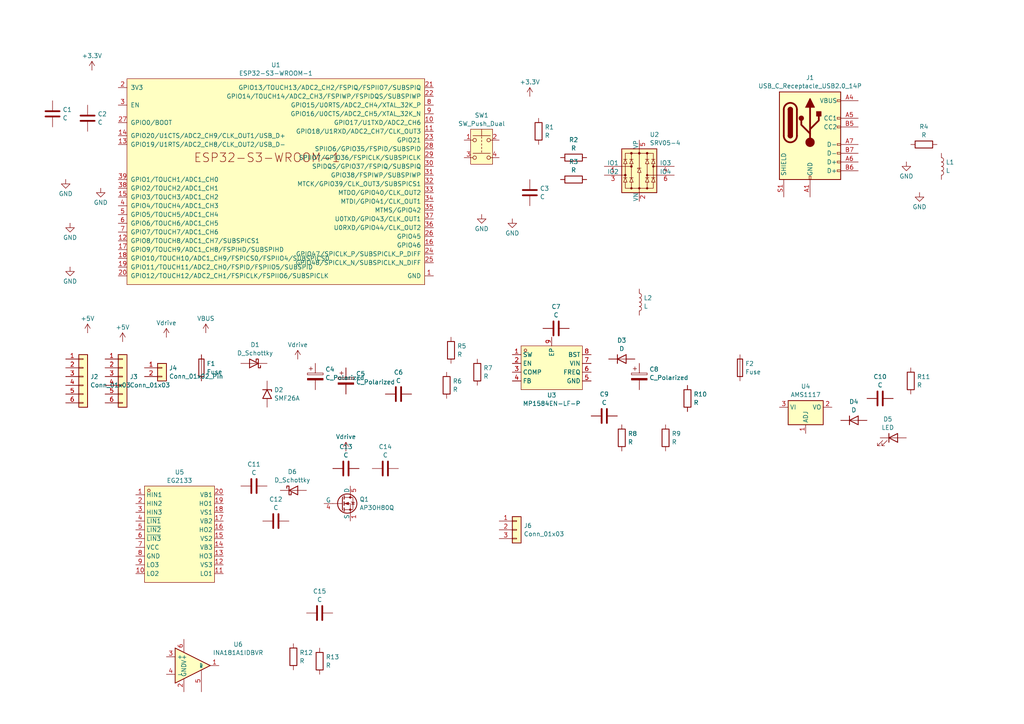
<source format=kicad_sch>
(kicad_sch (version 20231120) (generator "eeschema") (generator_version "8.0")
  (paper "A4")
  (lib_symbols
    (symbol "Connector_Generic:Conn_01x02" (pin_names (offset 1.016) hide)
      (property "Reference" "J" (at 0 2.54 0))
      (property "Value" "Conn_01x02" (at 0 -5.08 0))
      (symbol "Conn_01x02_1_1"
        (rectangle (start -1.27 -2.413) (end 0 -2.667) (stroke (width 0.1524)))
        (rectangle (start -1.27 0.127) (end 0 -0.127) (stroke (width 0.1524)))
        (rectangle (start -1.27 1.27) (end 1.27 -3.81) (stroke (width 0.254)) (fill (type background)))
        (pin passive line (at -5.08 0 0) (length 3.81) (name "Pin_1") (number "1"))
        (pin passive line (at -5.08 -2.54 0) (length 3.81) (name "Pin_2") (number "2"))
      )
    )
    (symbol "Connector_Generic:Conn_01x03" (pin_names (offset 1.016) hide)
      (property "Reference" "J" (at 0 5.08 0))
      (property "Value" "Conn_01x03" (at 0 -5.08 0))
      (symbol "Conn_01x03_1_1"
        (rectangle (start -1.27 -2.413) (end 0 -2.667) (stroke (width 0.1524)))
        (rectangle (start -1.27 0.127) (end 0 -0.127) (stroke (width 0.1524)))
        (rectangle (start -1.27 2.667) (end 0 2.413) (stroke (width 0.1524)))
        (rectangle (start -1.27 3.81) (end 1.27 -3.81) (stroke (width 0.254)) (fill (type background)))
        (pin passive line (at -5.08 2.54 0) (length 3.81) (name "Pin_1") (number "1"))
        (pin passive line (at -5.08 0 0) (length 3.81) (name "Pin_2") (number "2"))
        (pin passive line (at -5.08 -2.54 0) (length 3.81) (name "Pin_3") (number "3"))
      )
    )
    (symbol "Connector_Generic:Conn_01x06" (pin_names (offset 1.016) hide)
      (property "Reference" "J" (at 0 7.62 0))
      (property "Value" "Conn_01x06" (at 0 -10.16 0))
      (symbol "Conn_01x06_1_1"
        (rectangle (start -1.27 -7.493) (end 0 -7.747) (stroke (width 0.1524)))
        (rectangle (start -1.27 -4.953) (end 0 -5.207) (stroke (width 0.1524)))
        (rectangle (start -1.27 -2.413) (end 0 -2.667) (stroke (width 0.1524)))
        (rectangle (start -1.27 0.127) (end 0 -0.127) (stroke (width 0.1524)))
        (rectangle (start -1.27 2.667) (end 0 2.413) (stroke (width 0.1524)))
        (rectangle (start -1.27 5.207) (end 0 4.953) (stroke (width 0.1524)))
        (rectangle (start -1.27 6.35) (end 1.27 -8.89) (stroke (width 0.254)) (fill (type background)))
        (pin passive line (at -5.08 5.08 0) (length 3.81) (name "Pin_1") (number "1"))
        (pin passive line (at -5.08 2.54 0) (length 3.81) (name "Pin_2") (number "2"))
        (pin passive line (at -5.08 0 0) (length 3.81) (name "Pin_3") (number "3"))
        (pin passive line (at -5.08 -2.54 0) (length 3.81) (name "Pin_4") (number "4"))
        (pin passive line (at -5.08 -5.08 0) (length 3.81) (name "Pin_5") (number "5"))
        (pin passive line (at -5.08 -7.62 0) (length 3.81) (name "Pin_6") (number "6"))
      )
    )
    (symbol "Device:C" (pin_numbers hide) (pin_names (offset 0.254))
      (property "Reference" "C" (at 0.635 2.54 0))
      (property "Value" "C" (at 0.635 -2.54 0))
      (symbol "C_0_1"
        (polyline (pts (xy -2.032 -0.762) (xy 2.032 -0.762)) (stroke (width 0.508)))
        (polyline (pts (xy -2.032 0.762) (xy 2.032 0.762)) (stroke (width 0.508)))
      )
      (symbol "C_1_1"
        (pin passive line (at 0 3.81 270) (length 2.794) (name "~") (number "1"))
        (pin passive line (at 0 -3.81 90) (length 2.794) (name "~") (number "2"))
      )
    )
    (symbol "Device:C_Polarized" (pin_numbers hide) (pin_names (offset 0.254))
      (property "Reference" "C" (at 0.635 2.54 0))
      (property "Value" "C_Polarized" (at 0.635 -2.54 0))
      (symbol "C_Polarized_0_1"
        (rectangle (start -2.286 0.508) (end 2.286 1.016))
        (polyline (pts (xy -1.778 2.286) (xy -0.762 2.286)))
        (polyline (pts (xy -1.27 2.794) (xy -1.27 1.778)))
        (rectangle (start 2.286 -0.508) (end -2.286 -1.016) (fill (type outline)))
      )
      (symbol "C_Polarized_1_1"
        (pin passive line (at 0 3.81 270) (length 2.794) (name "~") (number "1"))
        (pin passive line (at 0 -3.81 90) (length 2.794) (name "~") (number "2"))
      )
    )
    (symbol "Device:D" (pin_numbers hide) (pin_names (offset 1.016) hide)
      (property "Reference" "D" (at 0 2.54 0))
      (property "Value" "D" (at 0 -2.54 0))
      (symbol "D_0_1"
        (polyline (pts (xy -1.27 1.27) (xy -1.27 -1.27)) (stroke (width 0.254)))
        (polyline (pts (xy 1.27 0) (xy -1.27 0)))
        (polyline (pts (xy 1.27 1.27) (xy 1.27 -1.27) (xy -1.27 0) (xy 1.27 1.27)) (stroke (width 0.254)))
      )
      (symbol "D_1_1"
        (pin passive line (at -3.81 0 0) (length 2.54) (name "K") (number "1"))
        (pin passive line (at 3.81 0 180) (length 2.54) (name "A") (number "2"))
      )
    )
    (symbol "Device:D_Schottky" (pin_numbers hide) (pin_names (offset 1.016) hide)
      (property "Reference" "D" (at 0 2.54 0))
      (property "Value" "D_Schottky" (at 0 -2.54 0))
      (symbol "D_Schottky_0_1"
        (polyline (pts (xy 1.27 0) (xy -1.27 0)))
        (polyline (pts (xy 1.27 1.27) (xy 1.27 -1.27) (xy -1.27 0) (xy 1.27 1.27)) (stroke (width 0.254)))
        (polyline (pts (xy -1.905 0.635) (xy -1.905 1.27) (xy -1.27 1.27) (xy -1.27 -1.27) (xy -0.635 -1.27) (xy -0.635 -0.635)) (stroke (width 0.254)))
      )
      (symbol "D_Schottky_1_1"
        (pin passive line (at -3.81 0 0) (length 2.54) (name "K") (number "1"))
        (pin passive line (at 3.81 0 180) (length 2.54) (name "A") (number "2"))
      )
    )
    (symbol "Device:Fuse" (pin_numbers hide) (pin_names (offset 0))
      (property "Reference" "F" (at 2.032 0 90))
      (property "Value" "Fuse" (at -1.905 0 90))
      (symbol "Fuse_0_1"
        (rectangle (start -0.762 -2.54) (end 0.762 2.54) (stroke (width 0.254)))
        (polyline (pts (xy 0 2.54) (xy 0 -2.54)))
      )
      (symbol "Fuse_1_1"
        (pin passive line (at 0 3.81 270) (length 1.27) (name "~") (number "1"))
        (pin passive line (at 0 -3.81 90) (length 1.27) (name "~") (number "2"))
      )
    )
    (symbol "Device:L" (pin_numbers hide) (pin_names (offset 1.016) hide)
      (property "Reference" "L" (at -1.27 0 90))
      (property "Value" "L" (at 1.905 0 90))
      (symbol "L_0_1"
        (arc (start 0 -2.54) (mid 0.6323 -1.905) (end 0 -1.27))
        (arc (start 0 -1.27) (mid 0.6323 -0.635) (end 0 0))
        (arc (start 0 0) (mid 0.6323 0.635) (end 0 1.27))
        (arc (start 0 1.27) (mid 0.6323 1.905) (end 0 2.54))
      )
      (symbol "L_1_1"
        (pin passive line (at 0 3.81 270) (length 1.27) (name "1") (number "1"))
        (pin passive line (at 0 -3.81 90) (length 1.27) (name "2") (number "2"))
      )
    )
    (symbol "Device:LED" (pin_numbers hide) (pin_names (offset 1.016) hide)
      (property "Reference" "D" (at 0 2.54 0))
      (property "Value" "LED" (at 0 -2.54 0))
      (symbol "LED_0_1"
        (polyline (pts (xy -1.27 -1.27) (xy -1.27 1.27)) (stroke (width 0.254)))
        (polyline (pts (xy -1.27 0) (xy 1.27 0)))
        (polyline (pts (xy 1.27 -1.27) (xy 1.27 1.27) (xy -1.27 0) (xy 1.27 -1.27)) (stroke (width 0.254)))
        (polyline (pts (xy -3.048 -0.762) (xy -4.572 -2.286) (xy -3.81 -2.286) (xy -4.572 -2.286) (xy -4.572 -1.524)))
        (polyline (pts (xy -1.778 -0.762) (xy -3.302 -2.286) (xy -2.54 -2.286) (xy -3.302 -2.286) (xy -3.302 -1.524)))
      )
      (symbol "LED_1_1"
        (pin passive line (at -3.81 0 0) (length 2.54) (name "K") (number "1"))
        (pin passive line (at 3.81 0 180) (length 2.54) (name "A") (number "2"))
      )
    )
    (symbol "Device:R" (pin_numbers hide) (pin_names (offset 0))
      (property "Reference" "R" (at 2.032 0 90))
      (property "Value" "R" (at 0 0 90))
      (symbol "R_0_1"
        (rectangle (start -1.016 -2.54) (end 1.016 2.54) (stroke (width 0.254)))
      )
      (symbol "R_1_1"
        (pin passive line (at 0 3.81 270) (length 1.27) (name "~") (number "1"))
        (pin passive line (at 0 -3.81 90) (length 1.27) (name "~") (number "2"))
      )
    )
    (symbol "Diode:SMF26A" (pin_numbers hide) (pin_names (offset 1.016) hide)
      (property "Reference" "D" (at 0 2.54 0))
      (property "Value" "SMF26A" (at 0 -2.54 0))
      (symbol "SMF26A_0_1"
        (polyline (pts (xy -0.762 1.27) (xy -1.27 1.27) (xy -1.27 -1.27)) (stroke (width 0.254)))
        (polyline (pts (xy 1.27 1.27) (xy 1.27 -1.27) (xy -1.27 0) (xy 1.27 1.27)) (stroke (width 0.254)))
      )
      (symbol "SMF26A_1_1"
        (pin passive line (at -3.81 0 0) (length 2.54) (name "A1") (number "1"))
        (pin passive line (at 3.81 0 180) (length 2.54) (name "A2") (number "2"))
      )
    )
    (symbol "Regulator_Linear:AMS1117"
      (property "Reference" "U" (at -3.81 3.175 0))
      (property "Value" "AMS1117" (at 0 3.175 0))
      (symbol "AMS1117_0_1"
        (rectangle (start -5.08 -5.08) (end 5.08 1.905) (stroke (width 0.254)) (fill (type background)))
      )
      (symbol "AMS1117_1_1"
        (pin input line (at 0 -7.62 90) (length 2.54) (name "ADJ") (number "1"))
        (pin power_out line (at 7.62 0 180) (length 2.54) (name "VO") (number "2"))
        (pin power_in line (at -7.62 0 0) (length 2.54) (name "VI") (number "3"))
      )
    )
    (symbol "Switch:SW_Push_Dual" (pin_names (offset 1.016) hide)
      (property "Reference" "SW" (at 0 7.62 0))
      (property "Value" "SW_Push_Dual" (at 0 -6.35 0))
      (symbol "SW_Push_Dual_0_1"
        (circle (center -2.032 -2.54) (radius 0.508))
        (circle (center -2.032 2.54) (radius 0.508))
        (polyline (pts (xy 0 -0.508) (xy 0 -1.016)))
        (polyline (pts (xy 0 0.508) (xy 0 0)))
        (polyline (pts (xy 0 1.016) (xy 0 1.524)))
        (polyline (pts (xy 0 2.032) (xy 0 2.54)))
        (polyline (pts (xy 0 3.048) (xy 0 3.556)))
        (polyline (pts (xy 0 3.81) (xy 0 5.588)))
        (polyline (pts (xy 2.54 -1.27) (xy -2.54 -1.27)))
        (polyline (pts (xy 2.54 3.81) (xy -2.54 3.81)))
        (circle (center 2.032 -2.54) (radius 0.508))
        (circle (center 2.032 2.54) (radius 0.508))
        (pin passive line (at -5.08 2.54 0) (length 2.54) (name "1") (number "1"))
        (pin passive line (at 5.08 2.54 180) (length 2.54) (name "2") (number "2"))
        (pin passive line (at -5.08 -2.54 0) (length 2.54) (name "3") (number "3"))
        (pin passive line (at 5.08 -2.54 180) (length 2.54) (name "4") (number "4"))
      )
      (symbol "SW_Push_Dual_1_1"
        (rectangle (start -3.175 5.715) (end 3.175 -4.445) (fill (type background)))
      )
    )
    (symbol "afork-kicad-parts:ESP32-S3-WROOM-1" (pin_names (offset 1.016))
      (property "Reference" "U" (at 43.18 -22.86 0))
      (property "Value" "ESP32-S3-WROOM-1" (at -11.43 39.37 0))
      (symbol "ESP32-S3-WROOM-1_0_0"
        (text "ESP32-S3-WROOM-1" (at -2.54 15.24 0) (effects (font (size 2.54 2.54))))
        (pin power_in line (at 45.72 -19.05 180) (length 2.54) (name "GND") (number "1"))
        (pin bidirectional line (at 45.72 25.4 180) (length 2.54) (name "GPIO17/U1TXD/ADC2_CH6") (number "10"))
        (pin bidirectional line (at 45.72 22.86 180) (length 2.54) (name "GPIO18/U1RXD/ADC2_CH7/CLK_OUT3") (number "11"))
        (pin bidirectional line (at -45.72 -8.89 0) (length 2.54) (name "GPIO8/TOUCH8/ADC1_CH7/SUBSPICS1") (number "12"))
        (pin bidirectional line (at -45.72 19.05 0) (length 2.54) (name "GPIO19/U1RTS/ADC2_CH8/CLK_OUT2/USB_D-") (number "13"))
        (pin bidirectional line (at -45.72 21.59 0) (length 2.54) (name "GPIO20/U1CTS/ADC2_CH9/CLK_OUT1/USB_D+") (number "14"))
        (pin bidirectional line (at -45.72 3.81 0) (length 2.54) (name "GPIO3/TOUCH3/ADC1_CH2") (number "15"))
        (pin bidirectional line (at 45.72 -10.16 180) (length 2.54) (name "GPIO46") (number "16"))
        (pin bidirectional line (at -45.72 -11.43 0) (length 2.54) (name "GPIO9/TOUCH9/ADC1_CH8/FSPIHD/SUBSPIHD") (number "17"))
        (pin bidirectional line (at -45.72 -13.97 0) (length 2.54) (name "GPIO10/TOUCH10/ADC1_CH9/FSPICS0/FSPIIO4/SUBSPICS0") (number "18"))
        (pin bidirectional line (at -45.72 -16.51 0) (length 2.54) (name "GPIO11/TOUCH11/ADC2_CH0/FSPID/FSPIIO5/SUBSPID") (number "19"))
        (pin power_in line (at -45.72 35.56 0) (length 2.54) (name "3V3") (number "2"))
        (pin bidirectional line (at -45.72 -19.05 0) (length 2.54) (name "GPIO12/TOUCH12/ADC2_CH1/FSPICLK/FSPIIO6/SUBSPICLK") (number "20"))
        (pin bidirectional line (at 45.72 35.56 180) (length 2.54) (name "GPIO13/TOUCH13/ADC2_CH2/FSPIQ/FSPIIO7/SUBSPIQ") (number "21"))
        (pin bidirectional line (at 45.72 33.02 180) (length 2.54) (name "GPIO14/TOUCH14/ADC2_CH3/FSPIWP/FSPIDQS/SUBSPIWP") (number "22"))
        (pin bidirectional line (at 45.72 20.32 180) (length 2.54) (name "GPIO21") (number "23"))
        (pin bidirectional line (at 45.72 -12.7 180) (length 2.54) (name "GPIO47/SPICLK_P/SUBSPICLK_P_DIFF") (number "24"))
        (pin bidirectional line (at 45.72 -15.24 180) (length 2.54) (name "GPIO48/SPICLK_N/SUBSPICLK_N_DIFF") (number "25"))
        (pin bidirectional line (at 45.72 -7.62 180) (length 2.54) (name "GPIO45") (number "26"))
        (pin bidirectional line (at -45.72 25.4 0) (length 2.54) (name "GPIO0/BOOT") (number "27"))
        (pin bidirectional line (at 45.72 17.78 180) (length 2.54) (name "SPIIO6/GPIO35/FSPID/SUBSPID") (number "28"))
        (pin bidirectional line (at 45.72 15.24 180) (length 2.54) (name "SPIIO7/GPIO36/FSPICLK/SUBSPICLK") (number "29"))
        (pin input line (at -45.72 30.48 0) (length 2.54) (name "EN") (number "3"))
        (pin bidirectional line (at 45.72 12.7 180) (length 2.54) (name "SPIDQS/GPIO37/FSPIQ/SUBSPIQ") (number "30"))
        (pin bidirectional line (at 45.72 10.16 180) (length 2.54) (name "GPIO38/FSPIWP/SUBSPIWP") (number "31"))
        (pin bidirectional line (at 45.72 7.62 180) (length 2.54) (name "MTCK/GPIO39/CLK_OUT3/SUBSPICS1") (number "32"))
        (pin bidirectional line (at 45.72 5.08 180) (length 2.54) (name "MTDO/GPIO40/CLK_OUT2") (number "33"))
        (pin bidirectional line (at 45.72 2.54 180) (length 2.54) (name "MTDI/GPIO41/CLK_OUT1") (number "34"))
        (pin bidirectional line (at 45.72 0 180) (length 2.54) (name "MTMS/GPIO42") (number "35"))
        (pin bidirectional line (at 45.72 -5.08 180) (length 2.54) (name "U0RXD/GPIO44/CLK_OUT2") (number "36"))
        (pin bidirectional line (at 45.72 -2.54 180) (length 2.54) (name "U0TXD/GPIO43/CLK_OUT1") (number "37"))
        (pin bidirectional line (at -45.72 6.35 0) (length 2.54) (name "GPIO2/TOUCH2/ADC1_CH1") (number "38"))
        (pin bidirectional line (at -45.72 8.89 0) (length 2.54) (name "GPIO1/TOUCH1/ADC1_CH0") (number "39"))
        (pin bidirectional line (at -45.72 1.27 0) (length 2.54) (name "GPIO4/TOUCH4/ADC1_CH3") (number "4"))
        (pin passive line (at 45.72 -19.05 180) (length 2.54) hide (name "GND") (number "40"))
        (pin passive line (at 45.72 -19.05 180) (length 2.54) hide (name "GND") (number "41"))
        (pin bidirectional line (at -45.72 -1.27 0) (length 2.54) (name "GPIO5/TOUCH5/ADC1_CH4") (number "5"))
        (pin bidirectional line (at -45.72 -3.81 0) (length 2.54) (name "GPIO6/TOUCH6/ADC1_CH5") (number "6"))
        (pin bidirectional line (at -45.72 -6.35 0) (length 2.54) (name "GPIO7/TOUCH7/ADC1_CH6") (number "7"))
        (pin bidirectional line (at 45.72 30.48 180) (length 2.54) (name "GPIO15/U0RTS/ADC2_CH4/XTAL_32K_P") (number "8"))
        (pin bidirectional line (at 45.72 27.94 180) (length 2.54) (name "GPIO16/U0CTS/ADC2_CH5/XTAL_32K_N") (number "9"))
      )
      (symbol "ESP32-S3-WROOM-1_0_1"
        (rectangle (start -43.18 38.1) (end 43.18 -21.59) (fill (type background)))
      )
    )
    (symbol "afork-kicad-parts:SRV05-4" (pin_names (offset 0))
      (property "Reference" "U" (at 5.334 -7.874 0))
      (property "Value" "SRV05-4" (at -11.43 -7.874 0))
      (symbol "SRV05-4_0_1"
        (rectangle (start -5.08 6.35) (end 5.08 -6.35) (stroke (width 0.254)) (fill (type background)))
        (circle (center -4.064 -1.27) (radius 0.2794) (fill (type outline)))
        (circle (center -2.286 -5.08) (radius 0.254) (fill (type outline)))
        (circle (center -2.286 1.27) (radius 0.2794) (fill (type outline)))
        (circle (center -2.286 5.08) (radius 0.2794) (fill (type outline)))
        (circle (center 0 -5.08) (radius 0.254) (fill (type outline)))
        (polyline (pts (xy -3.556 -2.032) (xy -4.572 -2.032)))
        (polyline (pts (xy -3.556 3.302) (xy -4.572 3.302)))
        (polyline (pts (xy -1.778 -2.032) (xy -2.794 -2.032)))
        (polyline (pts (xy -1.778 3.302) (xy -2.794 3.302)))
        (polyline (pts (xy 0 6.35) (xy 0 0.762)))
        (polyline (pts (xy 0.508 0.762) (xy -0.508 0.762)))
        (polyline (pts (xy 2.794 -2.032) (xy 1.778 -2.032)))
        (polyline (pts (xy 2.794 3.302) (xy 1.778 3.302)))
        (polyline (pts (xy 4.572 -2.032) (xy 3.556 -2.032)))
        (polyline (pts (xy 4.572 3.302) (xy 3.556 3.302)))
        (polyline (pts (xy 5.08 -1.27) (xy 2.286 -1.27)))
        (polyline (pts (xy 5.08 1.27) (xy 4.064 1.27)))
        (polyline (pts (xy -3.556 -3.302) (xy -4.572 -3.302) (xy -4.064 -2.032) (xy -3.556 -3.302)))
        (polyline (pts (xy -3.556 2.032) (xy -4.572 2.032) (xy -4.064 3.302) (xy -3.556 2.032)))
        (polyline (pts (xy -1.778 -3.302) (xy -2.794 -3.302) (xy -2.286 -2.032) (xy -1.778 -3.302)))
        (polyline (pts (xy -1.778 2.032) (xy -2.794 2.032) (xy -2.286 3.302) (xy -1.778 2.032)))
        (polyline (pts (xy 0.508 -0.508) (xy -0.508 -0.508) (xy 0 0.762) (xy 0.508 -0.508)))
        (polyline (pts (xy 2.794 -3.302) (xy 1.778 -3.302) (xy 2.286 -2.032) (xy 2.794 -3.302)))
        (polyline (pts (xy 2.794 2.032) (xy 1.778 2.032) (xy 2.286 3.302) (xy 2.794 2.032)))
        (polyline (pts (xy 4.572 -3.302) (xy 3.556 -3.302) (xy 4.064 -2.032) (xy 4.572 -3.302)))
        (polyline (pts (xy 4.572 2.032) (xy 3.556 2.032) (xy 4.064 3.302) (xy 4.572 2.032)))
        (circle (center 0 5.08) (radius 0.2794) (fill (type outline)))
        (circle (center 2.286 -5.08) (radius 0.254) (fill (type outline)))
        (circle (center 2.286 -1.27) (radius 0.254) (fill (type outline)))
        (circle (center 2.286 5.08) (radius 0.2794) (fill (type outline)))
        (circle (center 4.064 1.27) (radius 0.254) (fill (type outline)))
      )
      (symbol "SRV05-4_1_1"
        (polyline (pts (xy -4.064 -1.27) (xy -5.08 -1.27)))
        (polyline (pts (xy -4.064 2.032) (xy -4.064 -2.032)))
        (polyline (pts (xy -2.286 -3.302) (xy -2.286 -5.08)))
        (polyline (pts (xy -2.286 1.27) (xy -5.08 1.27)))
        (polyline (pts (xy -2.286 2.032) (xy -2.286 -2.032)))
        (polyline (pts (xy -2.286 3.302) (xy -2.286 5.08)))
        (polyline (pts (xy -0.508 0.762) (xy -0.508 0.508)))
        (polyline (pts (xy 2.286 -3.302) (xy 2.286 -5.08)))
        (polyline (pts (xy 2.286 2.032) (xy 2.286 -2.032)))
        (polyline (pts (xy 2.286 3.302) (xy 2.286 5.08)))
        (polyline (pts (xy 4.064 2.032) (xy 4.064 -2.032)))
        (polyline (pts (xy -4.064 -3.302) (xy -4.064 -5.08) (xy 4.064 -5.08) (xy 4.064 -3.302)))
        (polyline (pts (xy -4.064 3.302) (xy -4.064 5.08) (xy 4.064 5.08) (xy 4.064 3.302)))
        (polyline (pts (xy 0 -6.35) (xy 0 -0.508) (xy 0 -0.508) (xy 0 -0.508)))
        (pin passive line (at -10.16 1.27 0) (length 5.08) (name "IO1") (number "1"))
        (pin passive line (at 0 -8.89 90) (length 2.54) (name "VN") (number "2"))
        (pin passive line (at -10.16 -1.27 0) (length 5.08) (name "IO2") (number "3"))
        (pin passive line (at 10.16 1.27 180) (length 5.08) (name "IO3") (number "4"))
        (pin passive line (at 0 8.89 270) (length 2.54) (name "VP") (number "5"))
        (pin passive line (at 10.16 -1.27 180) (length 5.08) (name "IO4") (number "6"))
      )
    )
    (symbol "afork-kicad-parts:USB_C_Receptacle_USB2.0_14P" (pin_names (offset 1.016))
      (property "Reference" "J" (at 0 22.225 0))
      (property "Value" "USB_C_Receptacle_USB2.0_14P" (at 0 19.685 0))
      (symbol "USB_C_Receptacle_USB2.0_14P_0_0"
        (rectangle (start -0.254 -7.62) (end 0.254 -6.604))
        (rectangle (start 8.89 -4.826) (end 7.874 -5.334))
        (rectangle (start 8.89 -2.286) (end 7.874 -2.794))
        (rectangle (start 8.89 0.254) (end 7.874 -0.254))
        (rectangle (start 8.89 2.794) (end 7.874 2.286))
        (rectangle (start 8.89 7.874) (end 7.874 7.366))
        (rectangle (start 8.89 10.414) (end 7.874 9.906))
        (rectangle (start 8.89 15.494) (end 7.874 14.986))
      )
      (symbol "USB_C_Receptacle_USB2.0_14P_0_1"
        (rectangle (start -8.89 17.78) (end 8.89 -7.62) (stroke (width 0.254)) (fill (type background)))
        (arc (start -7.62 5.08) (mid -5.715 3.1833) (end -3.81 5.08) (stroke (width 0.508)))
        (arc (start -6.35 5.08) (mid -5.715 4.4477) (end -5.08 5.08) (stroke (width 0.254)))
        (arc (start -6.35 5.08) (mid -5.715 4.4477) (end -5.08 5.08) (stroke (width 0.254)) (fill (type outline)))
        (rectangle (start -6.35 5.08) (end -5.08 12.7) (stroke (width 0.254)) (fill (type outline)))
        (arc (start -5.08 12.7) (mid -5.715 13.3323) (end -6.35 12.7) (stroke (width 0.254)))
        (arc (start -5.08 12.7) (mid -5.715 13.3323) (end -6.35 12.7) (stroke (width 0.254)) (fill (type outline)))
        (arc (start -3.81 12.7) (mid -5.715 14.5967) (end -7.62 12.7) (stroke (width 0.508)))
        (circle (center -2.54 10.16) (radius 0.635) (stroke (width 0.254)) (fill (type outline)))
        (polyline (pts (xy -7.62 5.08) (xy -7.62 12.7)) (stroke (width 0.508)))
        (polyline (pts (xy -3.81 12.7) (xy -3.81 5.08)) (stroke (width 0.508)))
        (polyline (pts (xy 0 3.175) (xy 0 13.335)) (stroke (width 0.508)))
        (polyline (pts (xy 0 5.715) (xy -2.54 8.255) (xy -2.54 9.525)) (stroke (width 0.508)))
        (polyline (pts (xy 0 6.985) (xy 2.54 9.525) (xy 2.54 10.795)) (stroke (width 0.508)))
        (polyline (pts (xy -1.27 13.335) (xy 0 15.875) (xy 1.27 13.335) (xy -1.27 13.335)) (stroke (width 0.254)) (fill (type outline)))
        (circle (center 0 3.175) (radius 1.27) (fill (type outline)))
        (rectangle (start 1.905 10.795) (end 3.175 12.065) (stroke (width 0.254)) (fill (type outline)))
      )
      (symbol "USB_C_Receptacle_USB2.0_14P_1_1"
        (pin passive line (at 0 -12.7 90) (length 5.08) (name "GND") (number "A1"))
        (pin passive line (at 0 -12.7 90) (length 5.08) hide (name "GND") (number "A12"))
        (pin passive line (at 13.97 15.24 180) (length 5.08) (name "VBUS") (number "A4"))
        (pin bidirectional line (at 13.97 10.16 180) (length 5.08) (name "CC1") (number "A5"))
        (pin bidirectional line (at 13.97 -2.54 180) (length 5.08) (name "D+") (number "A6"))
        (pin bidirectional line (at 13.97 2.54 180) (length 5.08) (name "D-") (number "A7"))
        (pin passive line (at 13.97 15.24 180) (length 5.08) hide (name "VBUS") (number "A9"))
        (pin passive line (at 0 -12.7 90) (length 5.08) hide (name "GND") (number "B1"))
        (pin passive line (at 0 -12.7 90) (length 5.08) hide (name "GND") (number "B12"))
        (pin passive line (at 13.97 15.24 180) (length 5.08) hide (name "VBUS") (number "B4"))
        (pin bidirectional line (at 13.97 7.62 180) (length 5.08) (name "CC2") (number "B5"))
        (pin bidirectional line (at 13.97 -5.08 180) (length 5.08) (name "D+") (number "B6"))
        (pin bidirectional line (at 13.97 0 180) (length 5.08) (name "D-") (number "B7"))
        (pin passive line (at 13.97 15.24 180) (length 5.08) hide (name "VBUS") (number "B9"))
        (pin passive line (at -7.62 -12.7 90) (length 5.08) (name "SHIELD") (number "S1"))
      )
    )
    (symbol "esp32-bldc-foc:AP30H80Q" (pin_names (offset 0))
      (property "Reference" "Q" (at 2.54 -2.794 0))
      (property "Value" "AP30H80Q" (at 7.62 0 0))
      (symbol "AP30H80Q_0_1"
        (circle (center -0.889 0) (radius 2.794) (stroke (width 0.254)))
        (circle (center 0 -1.778) (radius 0.254) (fill (type outline)))
        (polyline (pts (xy -2.286 0) (xy -5.08 0)))
        (polyline (pts (xy -2.286 1.905) (xy -2.286 -1.905)) (stroke (width 0.254)))
        (polyline (pts (xy -1.778 -1.27) (xy -1.778 -2.286)) (stroke (width 0.254)))
        (polyline (pts (xy -1.778 0.508) (xy -1.778 -0.508)) (stroke (width 0.254)))
        (polyline (pts (xy -1.778 2.286) (xy -1.778 1.27)) (stroke (width 0.254)))
        (polyline (pts (xy 0 2.54) (xy 0 1.778)))
        (polyline (pts (xy 0 -2.54) (xy 0 0) (xy -1.778 0)))
        (polyline (pts (xy -1.778 -1.778) (xy 0.762 -1.778) (xy 0.762 1.778) (xy -1.778 1.778)))
        (polyline (pts (xy -1.524 0) (xy -0.508 0.381) (xy -0.508 -0.381) (xy -1.524 0)) (fill (type outline)))
        (polyline (pts (xy 0.254 0.508) (xy 0.381 0.381) (xy 1.143 0.381) (xy 1.27 0.254)))
        (polyline (pts (xy 0.762 0.381) (xy 0.381 -0.254) (xy 1.143 -0.254) (xy 0.762 0.381)))
        (circle (center 0 1.778) (radius 0.254) (fill (type outline)))
      )
      (symbol "AP30H80Q_1_1"
        (pin passive line (at 0 -5.08 90) (length 2.54) (name "S") (number "1"))
        (pin passive line (at 0 -5.08 90) (length 2.54) hide (name "S") (number "2"))
        (pin passive line (at 0 -5.08 90) (length 2.54) hide (name "S") (number "3"))
        (pin input line (at -7.62 0 0) (length 2.54) (name "G") (number "4"))
        (pin passive line (at 0 5.08 270) (length 2.54) (name "D") (number "5"))
        (pin passive line (at 0 5.08 270) (length 2.54) hide (name "D") (number "6"))
        (pin passive line (at 0 5.08 270) (length 2.54) hide (name "D") (number "7"))
        (pin passive line (at 0 5.08 270) (length 2.54) hide (name "D") (number "8"))
        (pin passive line (at 0 5.08 270) (length 2.54) hide (name "D") (number "9"))
      )
    )
    (symbol "esp32-bldc-foc:EG2133"
      (property "Reference" "U" (at 0 16.51 0))
      (property "Value" "EG2133" (at 0 -16.51 0))
      (symbol "EG2133_0_1"
        (rectangle (start -10.16 13.97) (end 10.16 -13.97) (fill (type background)))
        (circle (center -8.89 12.7) (radius 0.38))
        (pin unspecified line (at -12.7 11.43 0) (length 2.54) (name "HIN1") (number "1"))
        (pin unspecified line (at -12.7 -11.43 0) (length 2.54) (name "LO2") (number "10"))
        (pin unspecified line (at 12.7 -11.43 180) (length 2.54) (name "LO1") (number "11"))
        (pin unspecified line (at 12.7 -8.89 180) (length 2.54) (name "VS3") (number "12"))
        (pin unspecified line (at 12.7 -6.35 180) (length 2.54) (name "HO3") (number "13"))
        (pin unspecified line (at 12.7 -3.81 180) (length 2.54) (name "VB3") (number "14"))
        (pin unspecified line (at 12.7 -1.27 180) (length 2.54) (name "VS2") (number "15"))
        (pin unspecified line (at 12.7 1.27 180) (length 2.54) (name "HO2") (number "16"))
        (pin unspecified line (at 12.7 3.81 180) (length 2.54) (name "VB2") (number "17"))
        (pin unspecified line (at 12.7 6.35 180) (length 2.54) (name "VS1") (number "18"))
        (pin unspecified line (at 12.7 8.89 180) (length 2.54) (name "HO1") (number "19"))
        (pin unspecified line (at -12.7 8.89 0) (length 2.54) (name "HIN2") (number "2"))
        (pin unspecified line (at 12.7 11.43 180) (length 2.54) (name "VB1") (number "20"))
        (pin unspecified line (at -12.7 6.35 0) (length 2.54) (name "HIN3") (number "3"))
        (pin unspecified line (at -12.7 3.81 0) (length 2.54) (name "~{LIN1}") (number "4"))
        (pin unspecified line (at -12.7 1.27 0) (length 2.54) (name "~{LIN2}") (number "5"))
        (pin unspecified line (at -12.7 -1.27 0) (length 2.54) (name "~{LIN3}") (number "6"))
        (pin unspecified line (at -12.7 -3.81 0) (length 2.54) (name "VCC") (number "7"))
        (pin unspecified line (at -12.7 -6.35 0) (length 2.54) (name "GND") (number "8"))
        (pin unspecified line (at -12.7 -8.89 0) (length 2.54) (name "LO3") (number "9"))
      )
    )
    (symbol "esp32-bldc-foc:INA181A1IDBVR"
      (property "Reference" "U" (at 6.858 -2.032 0))
      (property "Value" "INA181A1IDBVR" (at 9.144 4.064 0))
      (symbol "INA181A1IDBVR_0_1"
        (polyline (pts (xy 7.62 0) (xy -2.54 5.08) (xy -2.54 -5.08) (xy 7.62 0)) (stroke (width 0.254)) (fill (type background)))
      )
      (symbol "INA181A1IDBVR_1_1"
        (pin output line (at 10.16 0 180) (length 2.54) (name "~") (number "1"))
        (pin power_in line (at 0 -7.62 90) (length 3.81) (name "GND") (number "2"))
        (pin input line (at -5.08 2.54 0) (length 2.54) (name "+") (number "3"))
        (pin input line (at -5.08 -2.54 0) (length 2.54) (name "-") (number "4"))
        (pin input line (at 5.08 -7.62 90) (length 6.35) (name "REF") (number "5"))
        (pin power_in line (at 0 7.62 270) (length 3.81) (name "V+") (number "6"))
      )
    )
    (symbol "esp32-bldc-foc:MP1584EN-LF-P"
      (property "Reference" "U" (at 0 13.97 0))
      (property "Value" "MP1584EN-LF-P" (at 0 -8.89 0))
      (symbol "MP1584EN-LF-P_0_1"
        (rectangle (start -8.89 6.35) (end 8.89 -6.35) (fill (type background)))
        (circle (center -7.62 5.08) (radius 0.38))
        (pin unspecified line (at -11.43 3.81 0) (length 2.54) (name "SW") (number "1"))
        (pin unspecified line (at -11.43 1.27 0) (length 2.54) (name "EN") (number "2"))
        (pin unspecified line (at -11.43 -1.27 0) (length 2.54) (name "COMP") (number "3"))
        (pin unspecified line (at -11.43 -3.81 0) (length 2.54) (name "FB") (number "4"))
        (pin unspecified line (at 11.43 -3.81 180) (length 2.54) (name "GND") (number "5"))
        (pin unspecified line (at 11.43 -1.27 180) (length 2.54) (name "FREQ") (number "6"))
        (pin unspecified line (at 11.43 1.27 180) (length 2.54) (name "VIN") (number "7"))
        (pin unspecified line (at 11.43 3.81 180) (length 2.54) (name "BST") (number "8"))
        (pin unspecified line (at 0 8.89 270) (length 2.54) (name "EP") (number "9"))
      )
    )
    (symbol "power:+3.3V" (power) (pin_numbers hide) (pin_names (offset 0) hide)
      (property "Value" "+3.3V" (at 0 3.556 0))
      (symbol "+3.3V_0_1"
        (polyline (pts (xy -0.762 1.27) (xy 0 2.54)))
        (polyline (pts (xy 0 0) (xy 0 2.54)))
        (polyline (pts (xy 0 2.54) (xy 0.762 1.27)))
      )
      (symbol "+3.3V_1_1"
        (pin power_in line (at 0 0 90) (length 0) (name "~") (number "1"))
      )
    )
    (symbol "power:+5V" (power) (pin_numbers hide) (pin_names (offset 0) hide)
      (property "Value" "+5V" (at 0 3.556 0))
      (symbol "+5V_0_1"
        (polyline (pts (xy -0.762 1.27) (xy 0 2.54)))
        (polyline (pts (xy 0 0) (xy 0 2.54)))
        (polyline (pts (xy 0 2.54) (xy 0.762 1.27)))
      )
      (symbol "+5V_1_1"
        (pin power_in line (at 0 0 90) (length 0) (name "~") (number "1"))
      )
    )
    (symbol "power:GND" (power) (pin_numbers hide) (pin_names (offset 0) hide)
      (property "Value" "GND" (at 0 -3.81 0))
      (symbol "GND_0_1"
        (polyline (pts (xy 0 0) (xy 0 -1.27) (xy 1.27 -1.27) (xy 0 -2.54) (xy -1.27 -1.27) (xy 0 -1.27)))
      )
      (symbol "GND_1_1"
        (pin power_in line (at 0 0 270) (length 0) (name "~") (number "1"))
      )
    )
    (symbol "power:VBUS" (power) (pin_numbers hide) (pin_names (offset 0) hide)
      (property "Value" "VBUS" (at 0 3.556 0))
      (symbol "VBUS_0_1"
        (polyline (pts (xy -0.762 1.27) (xy 0 2.54)))
        (polyline (pts (xy 0 0) (xy 0 2.54)))
        (polyline (pts (xy 0 2.54) (xy 0.762 1.27)))
      )
      (symbol "VBUS_1_1"
        (pin power_in line (at 0 0 90) (length 0) (name "~") (number "1"))
      )
    )
    (symbol "power:Vdrive" (power) (pin_numbers hide) (pin_names (offset 0) hide)
      (property "Value" "Vdrive" (at 0 3.556 0))
      (symbol "Vdrive_0_1"
        (polyline (pts (xy -0.762 1.27) (xy 0 2.54)))
        (polyline (pts (xy 0 0) (xy 0 2.54)))
        (polyline (pts (xy 0 2.54) (xy 0.762 1.27)))
      )
      (symbol "Vdrive_1_1"
        (pin power_in line (at 0 0 90) (length 0) (name "~") (number "1"))
      )
    )
  )
  (symbol (lib_id "Device:C") (at 153.67 55.88 0) (unit 1)
    (property "Reference" "C3" (at 156.591 54.6678 0) (effects (justify left)))
    (property "Value" "C" (at 156.591 57.0921 0) (effects (justify left)))
    (property "Description" "Unpolarized capacitor" (effects (hide yes)))
  )
  (symbol (lib_id "Device:R") (at 138.43 107.95 0) (unit 1)
    (property "Reference" "R7" (at 140.208 106.7378 0) (effects (justify left)))
    (property "Value" "R" (at 140.208 109.1621 0) (effects (justify left)))
    (property "Description" "Resistor" (effects (hide yes)))
  )
  (symbol (lib_id "Device:C") (at 73.66 140.97 90) (unit 1)
    (property "Reference" "C11" (at 73.66 134.6665 90))
    (property "Value" "C" (at 73.66 137.0908 90))
    (property "Description" "Unpolarized capacitor" (effects (hide yes)))
  )
  (symbol (lib_id "Device:R") (at 85.09 190.5 0) (unit 1)
    (property "Reference" "R12" (at 86.868 189.2878 0) (effects (justify left)))
    (property "Value" "R" (at 86.868 191.7121 0) (effects (justify left)))
    (property "Description" "Resistor" (effects (hide yes)))
  )
  (symbol (lib_id "Device:R") (at 180.34 127 0) (unit 1)
    (property "Reference" "R8" (at 182.118 125.7878 0) (effects (justify left)))
    (property "Value" "R" (at 182.118 128.2121 0) (effects (justify left)))
    (property "Description" "Resistor" (effects (hide yes)))
  )
  (symbol (lib_id "Connector_Generic:Conn_01x03") (at 149.86 153.67 0) (unit 1)
    (property "Reference" "J6" (at 151.892 152.4578 0) (effects (justify left)))
    (property "Value" "Conn_01x03" (at 151.892 154.8821 0) (effects (justify left)))
    (property "Description" "Generic connector, single row, 01x03, script generated (kicad-library-utils/schlib/autogen/connector/)" (effects (hide yes)))
  )
  (symbol (lib_id "Device:C_Polarized") (at 91.44 109.22 0) (unit 1)
    (property "Reference" "C4" (at 94.361 107.1188 0) (effects (justify left)))
    (property "Value" "C_Polarized" (at 94.361 109.5431 0) (effects (justify left)))
    (property "Description" "Polarized capacitor" (effects (hide yes)))
  )
  (symbol (lib_id "power:GND") (at 19.05 52.07 0) (unit 1)
    (property "Reference" "#PWR03" (effects (hide yes)))
    (property "Value" "GND" (at 19.05 56.2031 0))
    (property "Description" "Power symbol creates a global label with name \"GND\" , ground" (effects (hide yes)))
  )
  (symbol (lib_id "power:VBUS") (at 59.69 96.52 0) (unit 1)
    (property "Reference" "#PWR015" (effects (hide yes)))
    (property "Value" "VBUS" (at 59.69 92.3869 0))
    (property "Description" "Power symbol creates a global label with name \"VBUS\"" (effects (hide yes)))
  )
  (symbol (lib_id "Connector_Generic:Conn_01x06") (at 35.56 109.22 0) (unit 1)
    (property "Reference" "J3" (at 37.592 109.2778 0) (effects (justify left)))
    (property "Value" "Conn_01x03" (at 37.592 111.7021 0) (effects (justify left)))
    (property "Description" "Generic connector, single row, 01x06, script generated (kicad-library-utils/schlib/autogen/connector/)" (effects (hide yes)))
  )
  (symbol (lib_id "power:GND") (at 20.32 77.47 0) (unit 1)
    (property "Reference" "#PWR02" (effects (hide yes)))
    (property "Value" "GND" (at 20.32 81.6031 0))
    (property "Description" "Power symbol creates a global label with name \"GND\" , ground" (effects (hide yes)))
  )
  (symbol (lib_id "esp32-bldc-foc:AP30H80Q") (at 101.6 146.05 0) (unit 1)
    (property "Reference" "Q1" (at 104.267 144.8378 0) (effects (justify left)))
    (property "Value" "AP30H80Q" (at 104.267 147.2621 0) (effects (justify left)))
    (property "Footprint" ":DFN-8_L3.2-W3.1-P0.65-LS3.4-BL" (effects (hide yes)))
    (property "LCSC Part" "C2828592" (effects (hide yes)))
  )
  (symbol (lib_id "Device:R") (at 267.97 41.91 90) (unit 1)
    (property "Reference" "R4" (at 267.97 36.7495 90))
    (property "Value" "R" (at 267.97 39.1738 90))
    (property "Description" "Resistor" (effects (hide yes)))
  )
  (symbol (lib_id "power:+5V") (at 35.56 99.06 0) (unit 1)
    (property "Reference" "#PWR012" (effects (hide yes)))
    (property "Value" "+5V" (at 35.56 94.9269 0))
    (property "Description" "Power symbol creates a global label with name \"+5V\"" (effects (hide yes)))
  )
  (symbol (lib_id "power:Vdrive") (at 100.33 130.81 0) (unit 1)
    (property "Reference" "#PWR014" (effects (hide yes)))
    (property "Value" "Vdrive" (at 100.33 126.6769 0))
    (property "Description" "Power symbol creates a global label with name \"Vdrive\"" (effects (hide yes)))
  )
  (symbol (lib_id "power:+5V") (at 25.4 96.52 0) (unit 1)
    (property "Reference" "#PWR011" (effects (hide yes)))
    (property "Value" "+5V" (at 25.4 92.3869 0))
    (property "Description" "Power symbol creates a global label with name \"+5V\"" (effects (hide yes)))
  )
  (symbol (lib_id "power:Vdrive") (at 48.26 97.79 0) (unit 1)
    (property "Reference" "#PWR013" (effects (hide yes)))
    (property "Value" "Vdrive" (at 48.26 93.6569 0))
    (property "Description" "Power symbol creates a global label with name \"Vdrive\"" (effects (hide yes)))
  )
  (symbol (lib_id "Connector_Generic:Conn_01x06") (at 24.13 109.22 0) (unit 1)
    (property "Reference" "J2" (at 26.162 109.2778 0) (effects (justify left)))
    (property "Value" "Conn_01x03" (at 26.162 111.7021 0) (effects (justify left)))
    (property "Description" "Generic connector, single row, 01x06, script generated (kicad-library-utils/schlib/autogen/connector/)" (effects (hide yes)))
  )
  (symbol (lib_id "power:GND") (at 20.32 64.77 0) (unit 1)
    (property "Reference" "#PWR01" (effects (hide yes)))
    (property "Value" "GND" (at 20.32 68.9031 0))
    (property "Description" "Power symbol creates a global label with name \"GND\" , ground" (effects (hide yes)))
  )
  (symbol (lib_id "Device:R") (at 92.71 191.77 0) (unit 1)
    (property "Reference" "R13" (at 94.488 190.5578 0) (effects (justify left)))
    (property "Value" "R" (at 94.488 192.9821 0) (effects (justify left)))
    (property "Description" "Resistor" (effects (hide yes)))
  )
  (symbol (lib_id "Device:D_Schottky") (at 73.66 105.41 180) (unit 1)
    (property "Reference" "D1" (at 73.9775 99.9955 0))
    (property "Value" "D_Schottky" (at 73.9775 102.4198 0))
    (property "Description" "Schottky diode" (effects (hide yes)))
  )
  (symbol (lib_id "esp32-bldc-foc:EG2133") (at 52.07 154.94 0) (unit 1)
    (property "Reference" "U5" (at 52.07 136.9525 0))
    (property "Value" "EG2133" (at 52.07 139.3768 0))
    (property "Footprint" ":TSSOP-20_L6.5-W4.4-P0.65-LS6.4-BL" (effects (hide yes)))
    (property "Datasheet" "https://lcsc.com/product-detail/Others_EG2133_C190343.html" (effects (hide yes)))
    (property "LCSC Part" "C190343" (effects (hide yes)))
  )
  (symbol (lib_id "Device:D_Schottky") (at 85.09 142.24 0) (unit 1)
    (property "Reference" "D6" (at 84.7725 136.8255 0))
    (property "Value" "D_Schottky" (at 84.7725 139.2498 0))
    (property "Description" "Schottky diode" (effects (hide yes)))
  )
  (symbol (lib_id "Device:L") (at 273.05 48.26 0) (unit 1)
    (property "Reference" "L1" (at 274.3172 47.0478 0) (effects (justify left)))
    (property "Value" "L" (at 274.3172 49.4721 0) (effects (justify left)))
    (property "Description" "Inductor" (effects (hide yes)))
  )
  (symbol (lib_id "esp32-bldc-foc:INA181A1IDBVR") (at 53.34 193.04 0) (unit 1)
    (property "Reference" "U6" (at 69.0601 186.895 0))
    (property "Value" "INA181A1IDBVR" (at 69.0601 189.3193 0))
    (property "Footprint" ":SOT-23-6_L2.9-W1.6-P0.95-LS2.8-TL" (effects (hide yes)))
    (property "LCSC Part" "C2058943" (effects (hide yes)))
  )
  (symbol (lib_id "Device:LED") (at 259.08 127 0) (unit 1)
    (property "Reference" "D5" (at 257.4925 121.5855 0))
    (property "Value" "LED" (at 257.4925 124.0098 0))
    (property "Description" "Light emitting diode" (effects (hide yes)))
  )
  (symbol (lib_id "Device:C") (at 92.71 177.8 90) (unit 1)
    (property "Reference" "C15" (at 92.71 171.4965 90))
    (property "Value" "C" (at 92.71 173.9208 90))
    (property "Description" "Unpolarized capacitor" (effects (hide yes)))
  )
  (symbol (lib_id "power:Vdrive") (at 86.36 104.14 0) (unit 1)
    (property "Reference" "#PWR016" (effects (hide yes)))
    (property "Value" "Vdrive" (at 86.36 100.0069 0))
    (property "Description" "Power symbol creates a global label with name \"Vdrive\"" (effects (hide yes)))
  )
  (symbol (lib_id "Device:Fuse") (at 58.42 106.68 0) (unit 1)
    (property "Reference" "F1" (at 59.944 105.4678 0) (effects (justify left)))
    (property "Value" "Fuse" (at 59.944 107.8921 0) (effects (justify left)))
    (property "Description" "Fuse" (effects (hide yes)))
  )
  (symbol (lib_id "Device:C") (at 255.27 115.57 90) (unit 1)
    (property "Reference" "C10" (at 255.27 109.2665 90))
    (property "Value" "C" (at 255.27 111.6908 90))
    (property "Description" "Unpolarized capacitor" (effects (hide yes)))
  )
  (symbol (lib_id "power:+3.3V") (at 26.67 20.32 0) (unit 1)
    (property "Reference" "#PWR05" (effects (hide yes)))
    (property "Value" "+3.3V" (at 26.67 16.1869 0))
    (property "Description" "Power symbol creates a global label with name \"+3.3V\"" (effects (hide yes)))
  )
  (symbol (lib_id "Diode:SMF26A") (at 77.47 114.3 270) (unit 1)
    (property "Reference" "D2" (at 79.502 113.0878 90) (effects (justify left)))
    (property "Value" "SMF26A" (at 79.502 115.5121 90) (effects (justify left)))
    (property "Footprint" "Diode_SMD:D_SMF" (effects (hide yes)))
    (property "Datasheet" "https://www.vishay.com/doc?85881" (effects (hide yes)))
    (property "Description" "200W unidirectional Transil Transient Voltage Suppressor, 26Vrwm, SMF" (effects (hide yes)))
  )
  (symbol (lib_id "Device:R") (at 156.21 38.1 0) (unit 1)
    (property "Reference" "R1" (at 157.988 36.8878 0) (effects (justify left)))
    (property "Value" "R" (at 157.988 39.3121 0) (effects (justify left)))
    (property "Description" "Resistor" (effects (hide yes)))
  )
  (symbol (lib_id "afork-kicad-parts:SRV05-4") (at 185.42 49.53 0) (unit 1)
    (property "Reference" "U2" (at 188.4365 39.0355 0) (effects (justify left)))
    (property "Value" "SRV05-4" (at 188.4365 41.4598 0) (effects (justify left)))
    (property "Footprint" "Package_TO_SOT_SMD:SOT-23-6" (effects (hide yes)))
    (property "Datasheet" "http://www.onsemi.com/pub/Collateral/SRV05-4-D.PDF" (effects (hide yes)))
    (property "Description" "ESD Protection Diodes with Low Clamping Voltage, SOT-23-6" (effects (hide yes)))
  )
  (symbol (lib_id "afork-kicad-parts:USB_C_Receptacle_USB2.0_14P") (at 234.95 44.45 0) (unit 1)
    (property "Reference" "J1" (at 234.95 22.5255 0))
    (property "Value" "USB_C_Receptacle_USB2.0_14P" (at 234.95 24.9498 0))
    (property "Datasheet" "https://www.usb.org/sites/default/files/documents/usb_type-c.zip" (effects (hide yes)))
    (property "Description" "USB 2.0-only 14P Type-C Receptacle connector" (effects (hide yes)))
  )
  (symbol (lib_id "power:+3.3V") (at 153.67 27.94 0) (unit 1)
    (property "Reference" "#PWR08" (effects (hide yes)))
    (property "Value" "+3.3V" (at 153.67 23.8069 0))
    (property "Description" "Power symbol creates a global label with name \"+3.3V\"" (effects (hide yes)))
  )
  (symbol (lib_id "Device:C_Polarized") (at 100.33 110.49 0) (unit 1)
    (property "Reference" "C5" (at 103.251 108.3888 0) (effects (justify left)))
    (property "Value" "C_Polarized" (at 103.251 110.8131 0) (effects (justify left)))
    (property "Description" "Polarized capacitor" (effects (hide yes)))
  )
  (symbol (lib_id "power:GND") (at 266.7 55.88 0) (unit 1)
    (property "Reference" "#PWR010" (effects (hide yes)))
    (property "Value" "GND" (at 266.7 60.0131 0))
    (property "Description" "Power symbol creates a global label with name \"GND\" , ground" (effects (hide yes)))
  )
  (symbol (lib_id "power:GND") (at 139.7 62.23 0) (unit 1)
    (property "Reference" "#PWR06" (effects (hide yes)))
    (property "Value" "GND" (at 139.7 66.3631 0))
    (property "Description" "Power symbol creates a global label with name \"GND\" , ground" (effects (hide yes)))
  )
  (symbol (lib_id "Device:C_Polarized") (at 185.42 109.22 0) (unit 1)
    (property "Reference" "C8" (at 188.341 107.1188 0) (effects (justify left)))
    (property "Value" "C_Polarized" (at 188.341 109.5431 0) (effects (justify left)))
    (property "Description" "Polarized capacitor" (effects (hide yes)))
  )
  (symbol (lib_id "Device:C") (at 100.33 135.89 90) (unit 1)
    (property "Reference" "C13" (at 100.33 129.5865 90))
    (property "Value" "C" (at 100.33 132.0108 90))
    (property "Description" "Unpolarized capacitor" (effects (hide yes)))
  )
  (symbol (lib_id "Device:C") (at 25.4 34.29 0) (unit 1)
    (property "Reference" "C2" (at 28.321 33.0778 0) (effects (justify left)))
    (property "Value" "C" (at 28.321 35.5021 0) (effects (justify left)))
    (property "Description" "Unpolarized capacitor" (effects (hide yes)))
  )
  (symbol (lib_id "Device:C") (at 111.76 135.89 90) (unit 1)
    (property "Reference" "C14" (at 111.76 129.5865 90))
    (property "Value" "C" (at 111.76 132.0108 90))
    (property "Description" "Unpolarized capacitor" (effects (hide yes)))
  )
  (symbol (lib_id "Device:R") (at 166.37 45.72 90) (unit 1)
    (property "Reference" "R2" (at 166.37 40.5595 90))
    (property "Value" "R" (at 166.37 42.9838 90))
    (property "Description" "Resistor" (effects (hide yes)))
  )
  (symbol (lib_id "Device:C") (at 15.24 33.02 0) (unit 1)
    (property "Reference" "C1" (at 18.161 31.8078 0) (effects (justify left)))
    (property "Value" "C" (at 18.161 34.2321 0) (effects (justify left)))
    (property "Description" "Unpolarized capacitor" (effects (hide yes)))
  )
  (symbol (lib_id "power:GND") (at 29.21 54.61 0) (unit 1)
    (property "Reference" "#PWR04" (effects (hide yes)))
    (property "Value" "GND" (at 29.21 58.7431 0))
    (property "Description" "Power symbol creates a global label with name \"GND\" , ground" (effects (hide yes)))
  )
  (symbol (lib_id "Device:C") (at 161.29 95.25 90) (unit 1)
    (property "Reference" "C7" (at 161.29 88.9465 90))
    (property "Value" "C" (at 161.29 91.3708 90))
    (property "Description" "Unpolarized capacitor" (effects (hide yes)))
  )
  (symbol (lib_id "esp32-bldc-foc:MP1584EN-LF-P") (at 160.02 106.68 0) (unit 1)
    (property "Reference" "U3" (at 160.02 114.6231 0))
    (property "Value" "MP1584EN-LF-P" (at 160.02 117.0474 0))
    (property "Footprint" ":SOIC-8_L4.9-W3.9-P1.27-LS6.0-TL-EP-1" (effects (hide yes)))
    (property "LCSC Part" "C7304223" (effects (hide yes)))
  )
  (symbol (lib_id "Device:R") (at 130.81 101.6 0) (unit 1)
    (property "Reference" "R5" (at 132.588 100.3878 0) (effects (justify left)))
    (property "Value" "R" (at 132.588 102.8121 0) (effects (justify left)))
    (property "Description" "Resistor" (effects (hide yes)))
  )
  (symbol (lib_id "Device:R") (at 129.54 111.76 0) (unit 1)
    (property "Reference" "R6" (at 131.318 110.5478 0) (effects (justify left)))
    (property "Value" "R" (at 131.318 112.9721 0) (effects (justify left)))
    (property "Description" "Resistor" (effects (hide yes)))
  )
  (symbol (lib_id "power:GND") (at 148.59 63.5 0) (unit 1)
    (property "Reference" "#PWR07" (effects (hide yes)))
    (property "Value" "GND" (at 148.59 67.6331 0))
    (property "Description" "Power symbol creates a global label with name \"GND\" , ground" (effects (hide yes)))
  )
  (symbol (lib_id "Connector_Generic:Conn_01x02") (at 46.99 106.68 0) (unit 1)
    (property "Reference" "J4" (at 49.022 106.7378 0) (effects (justify left)))
    (property "Value" "Conn_01x02_Pin" (at 49.022 109.1621 0) (effects (justify left)))
    (property "Description" "Generic connector, single row, 01x02, script generated (kicad-library-utils/schlib/autogen/connector/)" (effects (hide yes)))
  )
  (symbol (lib_id "Device:R") (at 193.04 127 0) (unit 1)
    (property "Reference" "R9" (at 194.818 125.7878 0) (effects (justify left)))
    (property "Value" "R" (at 194.818 128.2121 0) (effects (justify left)))
    (property "Description" "Resistor" (effects (hide yes)))
  )
  (symbol (lib_id "Device:C") (at 80.01 151.13 90) (unit 1)
    (property "Reference" "C12" (at 80.01 144.8265 90))
    (property "Value" "C" (at 80.01 147.2508 90))
    (property "Description" "Unpolarized capacitor" (effects (hide yes)))
  )
  (symbol (lib_id "Device:D") (at 247.65 121.92 0) (unit 1)
    (property "Reference" "D4" (at 247.65 116.5055 0))
    (property "Value" "D" (at 247.65 118.9298 0))
    (property "Description" "Diode" (effects (hide yes)))
    (property "Sim.Device" "D" (effects (hide yes)))
    (property "Sim.Pins" "1=K 2=A" (effects (hide yes)))
  )
  (symbol (lib_id "Regulator_Linear:AMS1117") (at 233.68 118.11 0) (unit 1)
    (property "Reference" "U4" (at 233.68 112.0605 0))
    (property "Value" "AMS1117" (at 233.68 114.4848 0))
    (property "Footprint" "Package_TO_SOT_SMD:SOT-223-3_TabPin2" (effects (hide yes)))
    (property "Datasheet" "http://www.advanced-monolithic.com/pdf/ds1117.pdf" (effects (hide yes)))
    (property "Description" "1A Low Dropout regulator, positive, adjustable output, SOT-223" (effects (hide yes)))
  )
  (symbol (lib_id "power:GND") (at 262.89 46.99 0) (unit 1)
    (property "Reference" "#PWR09" (effects (hide yes)))
    (property "Value" "GND" (at 262.89 51.1231 0))
    (property "Description" "Power symbol creates a global label with name \"GND\" , ground" (effects (hide yes)))
  )
  (symbol (lib_id "Device:R") (at 264.16 110.49 0) (unit 1)
    (property "Reference" "R11" (at 265.938 109.2778 0) (effects (justify left)))
    (property "Value" "R" (at 265.938 111.7021 0) (effects (justify left)))
    (property "Description" "Resistor" (effects (hide yes)))
  )
  (symbol (lib_id "Device:R") (at 199.39 115.57 0) (unit 1)
    (property "Reference" "R10" (at 201.168 114.3578 0) (effects (justify left)))
    (property "Value" "R" (at 201.168 116.7821 0) (effects (justify left)))
    (property "Description" "Resistor" (effects (hide yes)))
  )
  (symbol (lib_id "Device:C") (at 115.57 114.3 90) (unit 1)
    (property "Reference" "C6" (at 115.57 107.9965 90))
    (property "Value" "C" (at 115.57 110.4208 90))
    (property "Description" "Unpolarized capacitor" (effects (hide yes)))
  )
  (symbol (lib_id "Switch:SW_Push_Dual") (at 139.7 43.18 0) (unit 1)
    (property "Reference" "SW1" (at 139.7 33.4475 0))
    (property "Value" "SW_Push_Dual" (at 139.7 35.8718 0))
    (property "Description" "Push button switch, generic, symbol, four pins" (effects (hide yes)))
  )
  (symbol (lib_id "Device:D") (at 180.34 104.14 0) (unit 1)
    (property "Reference" "D3" (at 180.34 98.7255 0))
    (property "Value" "D" (at 180.34 101.1498 0))
    (property "Description" "Diode" (effects (hide yes)))
    (property "Sim.Device" "D" (effects (hide yes)))
    (property "Sim.Pins" "1=K 2=A" (effects (hide yes)))
  )
  (symbol (lib_id "afork-kicad-parts:ESP32-S3-WROOM-1") (at 80.01 60.96 0) (unit 1)
    (property "Reference" "U1" (at 80.01 18.8425 0))
    (property "Value" "ESP32-S3-WROOM-1" (at 80.01 21.2668 0))
    (property "Footprint" "Espressif:ESP32-S3-WROOM-1" (effects (hide yes)))
    (property "Datasheet" "https://www.espressif.com/sites/default/files/documentation/esp32-s3-wroom-1_wroom-1u_datasheet_en.pdf" (effects (hide yes)))
    (property "Description" "2.4 GHz WiFi (802.11 b/g/n) and Bluetooth ® 5 (LE) module Built around ESP32S3 series of SoCs, Xtensa ® dualcore 32bit LX7 microprocessor Flash up to 16 MB, PSRAM up to 8 MB 36 GPIOs, rich set of peripherals Onboard PCB antenna" (effects (hide yes)))
  )
  (symbol (lib_id "Device:L") (at 185.42 87.63 0) (unit 1)
    (property "Reference" "L2" (at 186.6872 86.4178 0) (effects (justify left)))
    (property "Value" "L" (at 186.6872 88.8421 0) (effects (justify left)))
    (property "Description" "Inductor" (effects (hide yes)))
  )
  (symbol (lib_id "Device:Fuse") (at 214.63 106.68 0) (unit 1)
    (property "Reference" "F2" (at 216.154 105.4678 0) (effects (justify left)))
    (property "Value" "Fuse" (at 216.154 107.8921 0) (effects (justify left)))
    (property "Description" "Fuse" (effects (hide yes)))
  )
  (symbol (lib_id "Device:R") (at 166.37 52.07 90) (unit 1)
    (property "Reference" "R3" (at 166.37 46.9095 90))
    (property "Value" "R" (at 166.37 49.3338 90))
    (property "Description" "Resistor" (effects (hide yes)))
  )
  (symbol (lib_id "Device:C") (at 175.26 120.65 90) (unit 1)
    (property "Reference" "C9" (at 175.26 114.3465 90))
    (property "Value" "C" (at 175.26 116.7708 90))
    (property "Description" "Unpolarized capacitor" (effects (hide yes)))
  )
)
</source>
